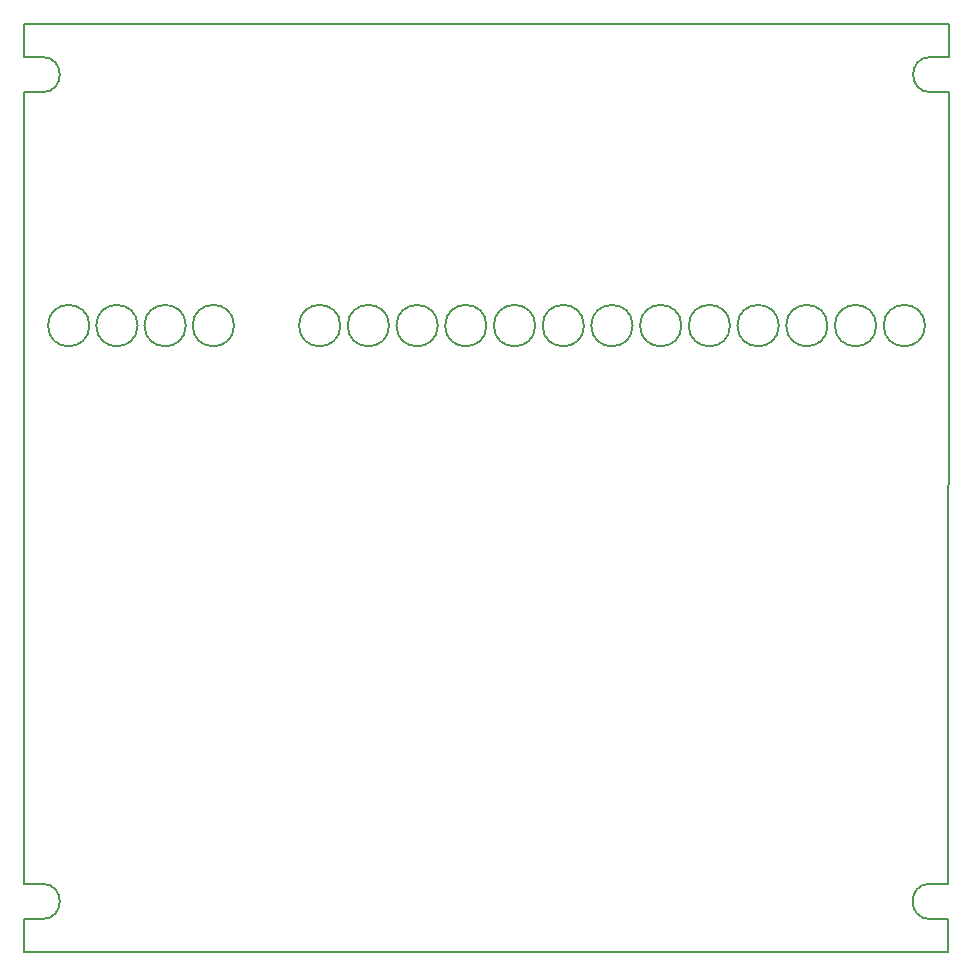
<source format=gbr>
%TF.GenerationSoftware,KiCad,Pcbnew,(6.0.8)*%
%TF.CreationDate,2022-11-08T21:21:09+01:00*%
%TF.ProjectId,50x70_tiny,35307837-305f-4746-996e-792e6b696361,rev?*%
%TF.SameCoordinates,Original*%
%TF.FileFunction,Profile,NP*%
%FSLAX46Y46*%
G04 Gerber Fmt 4.6, Leading zero omitted, Abs format (unit mm)*
G04 Created by KiCad (PCBNEW (6.0.8)) date 2022-11-08 21:21:09*
%MOMM*%
%LPD*%
G01*
G04 APERTURE LIST*
%TA.AperFunction,Profile*%
%ADD10C,0.200000*%
%TD*%
%TA.AperFunction,Profile*%
%ADD11C,0.150000*%
%TD*%
G04 APERTURE END LIST*
D10*
X106750000Y-72750000D02*
X106750000Y-70000000D01*
X183450000Y-142750000D02*
G75*
G03*
X183450000Y-145750000I0J-1500000D01*
G01*
X183500000Y-72750000D02*
G75*
G03*
X183500000Y-75750000I0J-1500000D01*
G01*
D11*
X154125000Y-95500000D02*
G75*
G03*
X154125000Y-95500000I-1750000J0D01*
G01*
D10*
X183500000Y-75750000D02*
X185000000Y-75750000D01*
D11*
X120416666Y-95500000D02*
G75*
G03*
X120416666Y-95500000I-1750000J0D01*
G01*
X137625000Y-95500000D02*
G75*
G03*
X137625000Y-95500000I-1750000J0D01*
G01*
X133500000Y-95500000D02*
G75*
G03*
X133500000Y-95500000I-1750000J0D01*
G01*
D10*
X183500000Y-72750000D02*
X185000000Y-72750000D01*
X184950000Y-145750000D02*
X184950000Y-148500000D01*
X108250000Y-75750000D02*
G75*
G03*
X108250000Y-72750000I0J1500000D01*
G01*
D11*
X145875000Y-95500000D02*
G75*
G03*
X145875000Y-95500000I-1750000J0D01*
G01*
X150000000Y-95500000D02*
G75*
G03*
X150000000Y-95500000I-1750000J0D01*
G01*
D10*
X106750000Y-70000000D02*
X185000000Y-70000000D01*
X183450000Y-142750000D02*
X184950000Y-142750000D01*
D11*
X116333333Y-95500000D02*
G75*
G03*
X116333333Y-95500000I-1750000J0D01*
G01*
D10*
X106750000Y-142750000D02*
X106750000Y-75750000D01*
D11*
X178875000Y-95500000D02*
G75*
G03*
X178875000Y-95500000I-1750000J0D01*
G01*
D10*
X108250000Y-145750000D02*
G75*
G03*
X108250000Y-142750000I0J1500000D01*
G01*
D11*
X183000000Y-95500000D02*
G75*
G03*
X183000000Y-95500000I-1750000J0D01*
G01*
D10*
X108250000Y-75750000D02*
X106750000Y-75750000D01*
X183450000Y-145750000D02*
X184950000Y-145750000D01*
X108250000Y-142750000D02*
X106750000Y-142750000D01*
X185000000Y-70000000D02*
X185000000Y-72750000D01*
X184950000Y-148500000D02*
X106750000Y-148500000D01*
X185000000Y-75750000D02*
X184950000Y-142750000D01*
X106750000Y-148500000D02*
X106750000Y-145750000D01*
X108250000Y-145750000D02*
X106750000Y-145750000D01*
D11*
X162375000Y-95500000D02*
G75*
G03*
X162375000Y-95500000I-1750000J0D01*
G01*
X112250000Y-95500000D02*
G75*
G03*
X112250000Y-95500000I-1750000J0D01*
G01*
X170625000Y-95500000D02*
G75*
G03*
X170625000Y-95500000I-1750000J0D01*
G01*
X141750000Y-95500000D02*
G75*
G03*
X141750000Y-95500000I-1750000J0D01*
G01*
X174750000Y-95500000D02*
G75*
G03*
X174750000Y-95500000I-1750000J0D01*
G01*
X124500000Y-95500000D02*
G75*
G03*
X124500000Y-95500000I-1750000J0D01*
G01*
X166500000Y-95500000D02*
G75*
G03*
X166500000Y-95500000I-1750000J0D01*
G01*
D10*
X108250000Y-72750000D02*
X106750000Y-72750000D01*
D11*
X158250000Y-95500000D02*
G75*
G03*
X158250000Y-95500000I-1750000J0D01*
G01*
M02*

</source>
